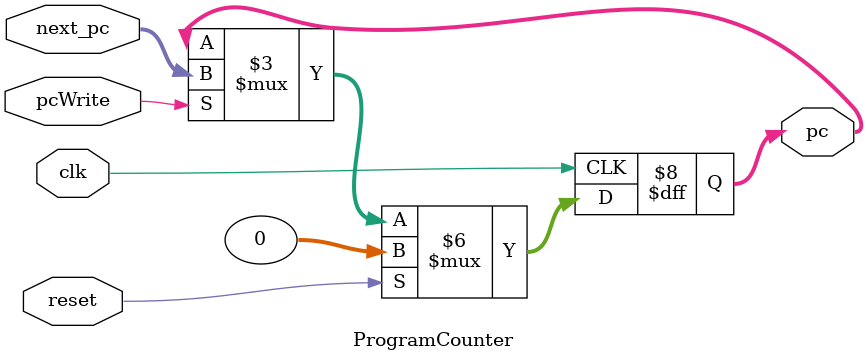
<source format=sv>
`timescale 1ns / 1ps


module ProgramCounter(
    input clk,
    input reset,
    input pcWrite,
    input [31:0] next_pc,
    output logic [31:0] pc = 0
    );
    
    always_ff @(posedge clk) begin
        if (reset)   pc <= 0;
        else if (pcWrite) pc <= next_pc;
    end
    
endmodule

</source>
